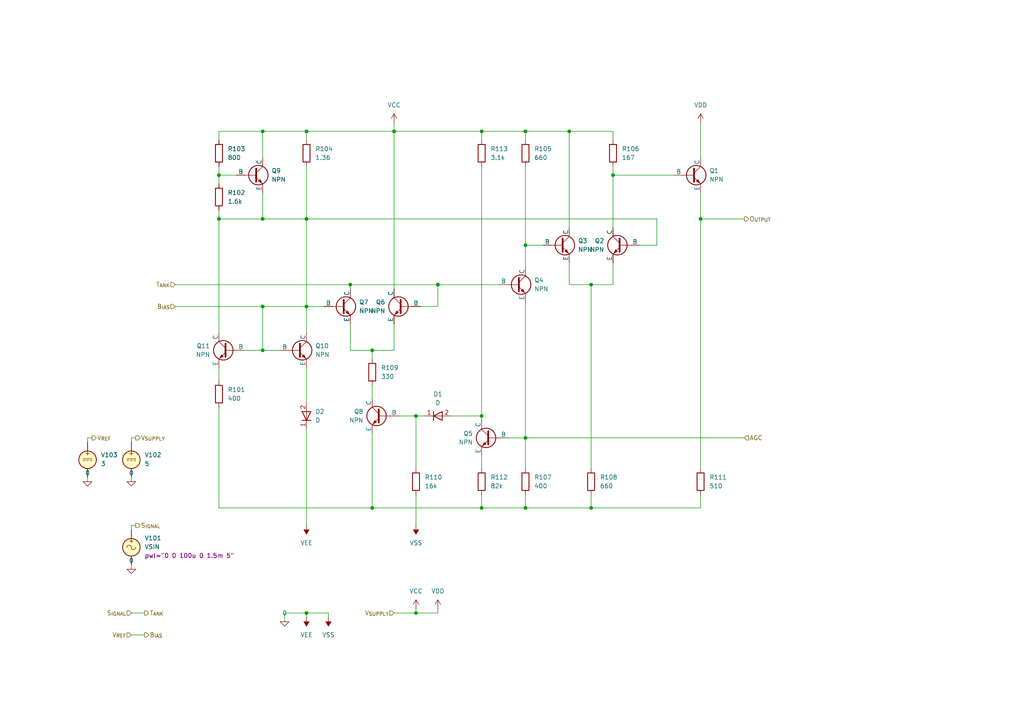
<source format=kicad_sch>
(kicad_sch (version 20250114) (generator "eeschema") (generator_version "9.0")
  (paper "A4")
  (title_block (title "Voltage Controlled Oscillator") (date "2025-08-08") (rev "0") (comment 1 "Author : Vincent RICCHI") (comment 2 "(see picture attached)") (comment 3 "Based on onsemi's MC100EL1648 datasheet"))
  (lib_symbols
    (symbol "Device:R" (pin_numbers (hide yes)) (pin_names (offset 0))
      (property "Reference" "R" (at 2.032 0 90))
      (property "Value" "R" (at 0 0 90))
      (symbol "R_0_1"
        (rectangle (start -1.016 -2.54) (end 1.016 2.54) (stroke (width 0.254)))
      )
      (symbol "R_1_1"
        (pin passive line (at 0 3.81 270) (length 1.27) (name "~") (number "1"))
        (pin passive line (at 0 -3.81 90) (length 1.27) (name "~") (number "2"))
      )
    )
    (symbol "Simulation_SPICE:0" (power) (pin_numbers (hide yes)) (pin_names (offset 0) (hide yes))
      (property "Value" "0" (at 0 -2.54 0))
      (symbol "0_0_1"
        (polyline (pts (xy -1.27 0) (xy 0 -1.27) (xy 1.27 0) (xy -1.27 0)))
      )
      (symbol "0_1_1"
        (pin power_in line (at 0 0 0) (length 0) (name "~") (number "1"))
      )
    )
    (symbol "Simulation_SPICE:D" (pin_names (offset 1.016) (hide yes))
      (property "Reference" "D" (at 0 2.54 0))
      (property "Value" "D" (at 0 -2.54 0))
      (symbol "D_0_1"
        (polyline (pts (xy -1.27 1.27) (xy -1.27 -1.27)) (stroke (width 0.254)))
        (polyline (pts (xy 1.27 1.27) (xy 1.27 -1.27) (xy -1.27 0) (xy 1.27 1.27)) (stroke (width 0.254)))
        (polyline (pts (xy 1.27 0) (xy -1.27 0)))
      )
      (symbol "D_1_1"
        (pin passive line (at -3.81 0 0) (length 2.54) (name "K") (number "1"))
        (pin passive line (at 3.81 0 180) (length 2.54) (name "A") (number "2"))
      )
    )
    (symbol "Simulation_SPICE:NPN" (pin_numbers (hide yes)) (pin_names (offset 0))
      (property "Reference" "Q" (at -2.54 7.62 0))
      (property "Value" "NPN" (at -2.54 5.08 0))
      (symbol "NPN_0_1"
        (polyline (pts (xy -2.54 0) (xy 0.635 0)) (stroke (width 0.1524)))
        (polyline (pts (xy 0.635 1.905) (xy 0.635 -1.905) (xy 0.635 -1.905)) (stroke (width 0.508)))
        (polyline (pts (xy 0.635 0.635) (xy 2.54 2.54)))
        (polyline (pts (xy 0.635 -0.635) (xy 2.54 -2.54) (xy 2.54 -2.54)))
        (circle (center 1.27 0) (radius 2.8194) (stroke (width 0.254)))
        (polyline (pts (xy 1.27 -1.778) (xy 1.778 -1.27) (xy 2.286 -2.286) (xy 1.27 -1.778) (xy 1.27 -1.778)) (fill (type outline)))
        (polyline (pts (xy 2.794 -1.27) (xy 2.794 -1.27)) (stroke (width 0.1524)))
        (polyline (pts (xy 2.794 -1.27) (xy 2.794 -1.27)) (stroke (width 0.1524)))
      )
      (symbol "NPN_1_1"
        (pin input line (at -5.08 0 0) (length 2.54) (name "B") (number "2"))
        (pin open_collector line (at 2.54 5.08 270) (length 2.54) (name "C") (number "1"))
        (pin open_emitter line (at 2.54 -5.08 90) (length 2.54) (name "E") (number "3"))
      )
    )
    (symbol "Simulation_SPICE:VDC" (pin_numbers (hide yes)) (pin_names (offset 0.0254))
      (property "Reference" "V" (at 2.54 2.54 0))
      (property "Value" "1" (at 2.54 0 0))
      (symbol "VDC_0_0"
        (polyline (pts (xy -1.27 0.254) (xy 1.27 0.254)))
        (polyline (pts (xy -0.762 -0.254) (xy -1.27 -0.254)))
        (polyline (pts (xy 0.254 -0.254) (xy -0.254 -0.254)))
        (polyline (pts (xy 1.27 -0.254) (xy 0.762 -0.254)))
        (text "+" (at 0 1.905 0) (effects (font (size 1.27 1.27))))
      )
      (symbol "VDC_0_1"
        (circle (center 0 0) (radius 2.54) (stroke (width 0.254)) (fill (type background)))
      )
      (symbol "VDC_1_1"
        (pin passive line (at 0 5.08 270) (length 2.54) (name "~") (number "1"))
        (pin passive line (at 0 -5.08 90) (length 2.54) (name "~") (number "2"))
      )
    )
    (symbol "Simulation_SPICE:VSIN" (pin_numbers (hide yes)) (pin_names (offset 0.0254))
      (property "Reference" "V" (at 2.54 2.54 0))
      (property "Value" "VSIN" (at 2.54 0 0))
      (property "Sim.Params" "dc=0 ampl=1 f=1k ac=1" (at 2.54 -2.54 0))
      (symbol "VSIN_0_0"
        (arc (start -1.27 0) (mid -0.635 0.6323) (end 0 0))
        (arc (start 1.27 0) (mid 0.635 -0.6323) (end 0 0))
        (text "+" (at 0 1.905 0) (effects (font (size 1.27 1.27))))
      )
      (symbol "VSIN_0_1"
        (circle (center 0 0) (radius 2.54) (stroke (width 0.254)) (fill (type background)))
      )
      (symbol "VSIN_1_1"
        (pin passive line (at 0 5.08 270) (length 2.54) (name "~") (number "1"))
        (pin passive line (at 0 -5.08 90) (length 2.54) (name "~") (number "2"))
      )
    )
    (symbol "power:VCC" (power) (pin_numbers (hide yes)) (pin_names (offset 0) (hide yes))
      (property "Value" "VCC" (at 0 3.556 0))
      (symbol "VCC_0_1"
        (polyline (pts (xy -0.762 1.27) (xy 0 2.54)))
        (polyline (pts (xy 0 2.54) (xy 0.762 1.27)))
        (polyline (pts (xy 0 0) (xy 0 2.54)))
      )
      (symbol "VCC_1_1"
        (pin power_in line (at 0 0 90) (length 0) (name "~") (number "1"))
      )
    )
    (symbol "power:VDD" (power) (pin_numbers (hide yes)) (pin_names (offset 0) (hide yes))
      (property "Value" "VDD" (at 0 3.556 0))
      (symbol "VDD_0_1"
        (polyline (pts (xy -0.762 1.27) (xy 0 2.54)))
        (polyline (pts (xy 0 2.54) (xy 0.762 1.27)))
        (polyline (pts (xy 0 0) (xy 0 2.54)))
      )
      (symbol "VDD_1_1"
        (pin power_in line (at 0 0 90) (length 0) (name "~") (number "1"))
      )
    )
    (symbol "power:VEE" (power) (pin_numbers (hide yes)) (pin_names (offset 0) (hide yes))
      (property "Value" "VEE" (at 0 3.556 0))
      (symbol "VEE_0_1"
        (polyline (pts (xy 0 0) (xy 0 2.54)))
        (polyline (pts (xy 0.762 1.27) (xy -0.762 1.27) (xy 0 2.54) (xy 0.762 1.27)) (fill (type outline)))
      )
      (symbol "VEE_1_1"
        (pin power_in line (at 0 0 90) (length 0) (name "~") (number "1"))
      )
    )
    (symbol "power:VSS" (power) (pin_numbers (hide yes)) (pin_names (offset 0) (hide yes))
      (property "Value" "VSS" (at 0 3.556 0))
      (symbol "VSS_0_1"
        (polyline (pts (xy 0 0) (xy 0 2.54)))
        (polyline (pts (xy 0.762 1.27) (xy -0.762 1.27) (xy 0 2.54) (xy 0.762 1.27)) (fill (type outline)))
      )
      (symbol "VSS_1_1"
        (pin power_in line (at 0 0 90) (length 0) (name "~") (number "1"))
      )
    )
  )
  (junction (at 88.9 63.5))
  (junction (at 107.95 147.32))
  (junction (at 76.2 101.6))
  (junction (at 76.2 63.5))
  (junction (at 76.2 38.1))
  (junction (at 107.95 101.6))
  (junction (at 171.45 147.32))
  (junction (at 101.6 82.55))
  (junction (at 76.2 88.9))
  (junction (at 88.9 88.9))
  (junction (at 152.4 127))
  (junction (at 114.3 38.1))
  (junction (at 63.5 50.8))
  (junction (at 88.9 177.8))
  (junction (at 127 82.55))
  (junction (at 120.65 177.8))
  (junction (at 171.45 82.55))
  (junction (at 139.7 120.65))
  (junction (at 177.8 50.8))
  (junction (at 139.7 147.32))
  (junction (at 139.7 38.1))
  (junction (at 88.9 38.1))
  (junction (at 63.5 63.5))
  (junction (at 152.4 147.32))
  (junction (at 152.4 71.12))
  (junction (at 152.4 38.1))
  (junction (at 120.65 120.65))
  (junction (at 165.1 38.1))
  (junction (at 203.2 63.5))
  (wire (pts (xy 63.5 50.8) (xy 63.5 53.34)))
  (wire (pts (xy 38.1 184.15) (xy 41.91 184.15)))
  (wire (pts (xy 120.65 177.8) (xy 114.3 177.8)))
  (wire (pts (xy 63.5 40.64) (xy 63.5 38.1)))
  (wire (pts (xy 88.9 88.9) (xy 93.98 88.9)))
  (wire (pts (xy 107.95 147.32) (xy 63.5 147.32)))
  (wire (pts (xy 152.4 147.32) (xy 171.45 147.32)))
  (wire (pts (xy 177.8 50.8) (xy 195.58 50.8)))
  (wire (pts (xy 88.9 48.26) (xy 88.9 63.5)))
  (wire (pts (xy 139.7 120.65) (xy 130.81 120.65)))
  (wire (pts (xy 152.4 48.26) (xy 152.4 71.12)))
  (wire (pts (xy 152.4 127) (xy 152.4 135.89)))
  (wire (pts (xy 88.9 38.1) (xy 88.9 40.64)))
  (wire (pts (xy 88.9 63.5) (xy 190.5 63.5)))
  (wire (pts (xy 63.5 48.26) (xy 63.5 50.8)))
  (wire (pts (xy 171.45 82.55) (xy 177.8 82.55)))
  (wire (pts (xy 165.1 66.04) (xy 165.1 38.1)))
  (wire (pts (xy 120.65 120.65) (xy 123.19 120.65)))
  (wire (pts (xy 38.1 138.43) (xy 38.1 139.7)))
  (wire (pts (xy 76.2 88.9) (xy 76.2 101.6)))
  (wire (pts (xy 203.2 63.5) (xy 215.9 63.5)))
  (wire (pts (xy 203.2 35.56) (xy 203.2 45.72)))
  (wire (pts (xy 101.6 82.55) (xy 101.6 83.82)))
  (wire (pts (xy 120.65 143.51) (xy 120.65 152.4)))
  (wire (pts (xy 152.4 87.63) (xy 152.4 127)))
  (wire (pts (xy 139.7 132.08) (xy 139.7 135.89)))
  (wire (pts (xy 120.65 176.53) (xy 120.65 177.8)))
  (wire (pts (xy 114.3 35.56) (xy 114.3 38.1)))
  (wire (pts (xy 171.45 143.51) (xy 171.45 147.32)))
  (wire (pts (xy 139.7 48.26) (xy 139.7 120.65)))
  (wire (pts (xy 25.4 138.43) (xy 25.4 139.7)))
  (wire (pts (xy 139.7 121.92) (xy 139.7 120.65)))
  (wire (pts (xy 139.7 147.32) (xy 152.4 147.32)))
  (wire (pts (xy 127 177.8) (xy 120.65 177.8)))
  (wire (pts (xy 38.1 163.83) (xy 38.1 165.1)))
  (wire (pts (xy 38.1 127) (xy 38.1 128.27)))
  (wire (pts (xy 88.9 177.8) (xy 88.9 179.07)))
  (wire (pts (xy 171.45 82.55) (xy 171.45 135.89)))
  (wire (pts (xy 95.25 177.8) (xy 95.25 179.07)))
  (wire (pts (xy 171.45 147.32) (xy 203.2 147.32)))
  (wire (pts (xy 120.65 120.65) (xy 120.65 135.89)))
  (wire (pts (xy 152.4 71.12) (xy 152.4 77.47)))
  (wire (pts (xy 38.1 152.4) (xy 38.1 153.67)))
  (wire (pts (xy 114.3 83.82) (xy 114.3 38.1)))
  (wire (pts (xy 185.42 71.12) (xy 190.5 71.12)))
  (wire (pts (xy 114.3 38.1) (xy 139.7 38.1)))
  (wire (pts (xy 71.12 101.6) (xy 76.2 101.6)))
  (wire (pts (xy 63.5 63.5) (xy 63.5 96.52)))
  (wire (pts (xy 177.8 38.1) (xy 165.1 38.1)))
  (wire (pts (xy 203.2 143.51) (xy 203.2 147.32)))
  (wire (pts (xy 127 82.55) (xy 127 88.9)))
  (wire (pts (xy 127 82.55) (xy 144.78 82.55)))
  (wire (pts (xy 88.9 124.46) (xy 88.9 152.4)))
  (wire (pts (xy 63.5 106.68) (xy 63.5 110.49)))
  (wire (pts (xy 88.9 106.68) (xy 88.9 116.84)))
  (wire (pts (xy 139.7 147.32) (xy 107.95 147.32)))
  (wire (pts (xy 63.5 60.96) (xy 63.5 63.5)))
  (wire (pts (xy 101.6 93.98) (xy 101.6 101.6)))
  (wire (pts (xy 101.6 82.55) (xy 127 82.55)))
  (wire (pts (xy 115.57 120.65) (xy 120.65 120.65)))
  (wire (pts (xy 203.2 63.5) (xy 203.2 135.89)))
  (wire (pts (xy 50.8 82.55) (xy 101.6 82.55)))
  (wire (pts (xy 107.95 101.6) (xy 107.95 104.14)))
  (wire (pts (xy 152.4 127) (xy 147.32 127)))
  (wire (pts (xy 101.6 101.6) (xy 107.95 101.6)))
  (wire (pts (xy 177.8 48.26) (xy 177.8 50.8)))
  (wire (pts (xy 88.9 88.9) (xy 76.2 88.9)))
  (wire (pts (xy 63.5 147.32) (xy 63.5 118.11)))
  (wire (pts (xy 107.95 101.6) (xy 114.3 101.6)))
  (wire (pts (xy 50.8 88.9) (xy 76.2 88.9)))
  (wire (pts (xy 63.5 50.8) (xy 68.58 50.8)))
  (wire (pts (xy 38.1 177.8) (xy 41.91 177.8)))
  (wire (pts (xy 82.55 177.8) (xy 88.9 177.8)))
  (wire (pts (xy 190.5 71.12) (xy 190.5 63.5)))
  (wire (pts (xy 76.2 63.5) (xy 63.5 63.5)))
  (wire (pts (xy 139.7 38.1) (xy 152.4 38.1)))
  (wire (pts (xy 88.9 63.5) (xy 88.9 88.9)))
  (wire (pts (xy 114.3 93.98) (xy 114.3 101.6)))
  (wire (pts (xy 38.1 127) (xy 39.37 127)))
  (wire (pts (xy 165.1 38.1) (xy 152.4 38.1)))
  (wire (pts (xy 152.4 127) (xy 215.9 127)))
  (wire (pts (xy 25.4 127) (xy 25.4 128.27)))
  (wire (pts (xy 152.4 40.64) (xy 152.4 38.1)))
  (wire (pts (xy 127 88.9) (xy 121.92 88.9)))
  (wire (pts (xy 63.5 38.1) (xy 76.2 38.1)))
  (wire (pts (xy 203.2 55.88) (xy 203.2 63.5)))
  (wire (pts (xy 25.4 127) (xy 26.67 127)))
  (wire (pts (xy 152.4 147.32) (xy 152.4 143.51)))
  (wire (pts (xy 139.7 38.1) (xy 139.7 40.64)))
  (wire (pts (xy 139.7 143.51) (xy 139.7 147.32)))
  (wire (pts (xy 107.95 125.73) (xy 107.95 147.32)))
  (wire (pts (xy 114.3 38.1) (xy 88.9 38.1)))
  (wire (pts (xy 127 176.53) (xy 127 177.8)))
  (wire (pts (xy 88.9 63.5) (xy 76.2 63.5)))
  (wire (pts (xy 177.8 82.55) (xy 177.8 76.2)))
  (wire (pts (xy 76.2 38.1) (xy 76.2 45.72)))
  (wire (pts (xy 107.95 111.76) (xy 107.95 115.57)))
  (wire (pts (xy 88.9 96.52) (xy 88.9 88.9)))
  (wire (pts (xy 177.8 40.64) (xy 177.8 38.1)))
  (wire (pts (xy 38.1 152.4) (xy 39.37 152.4)))
  (wire (pts (xy 76.2 101.6) (xy 81.28 101.6)))
  (wire (pts (xy 152.4 71.12) (xy 157.48 71.12)))
  (wire (pts (xy 76.2 38.1) (xy 88.9 38.1)))
  (wire (pts (xy 165.1 82.55) (xy 171.45 82.55)))
  (wire (pts (xy 165.1 82.55) (xy 165.1 76.2)))
  (wire (pts (xy 88.9 177.8) (xy 95.25 177.8)))
  (wire (pts (xy 177.8 50.8) (xy 177.8 66.04)))
  (wire (pts (xy 76.2 55.88) (xy 76.2 63.5)))
  (wire (pts (xy 82.55 180.34) (xy 82.55 177.8)))
  (image (at -99.06 67.31) (scale 3.31699))
  (image (at -99.06 168.91) (scale 3.12553))
  (hierarchical_label "V_{SUPPLY}" (shape output) (at 39.37 127 0))
  (hierarchical_label "T_{ANK}" (shape input) (at 50.8 82.55 180))
  (hierarchical_label "B_{IAS}" (shape output) (at 41.91 184.15 0))
  (hierarchical_label "V_{REF}" (shape output) (at 26.67 127 0))
  (hierarchical_label "AGC" (shape input) (at 215.9 127 0))
  (hierarchical_label "S_{IGNAL}" (shape output) (at 39.37 152.4 0))
  (hierarchical_label "T_{ANK}" (shape output) (at 41.91 177.8 0))
  (hierarchical_label "V_{REF}" (shape input) (at 38.1 184.15 180))
  (hierarchical_label "S_{IGNAL}" (shape input) (at 38.1 177.8 180))
  (hierarchical_label "O_{UTPUT}" (shape output) (at 215.9 63.5 0))
  (hierarchical_label "V_{SUPPLY}" (shape input) (at 114.3 177.8 180))
  (hierarchical_label "B_{IAS}" (shape input) (at 50.8 88.9 180))
  (symbol (lib_id "Simulation_SPICE:0") (at 25.4 139.7 0) (unit 1)
    (property "Reference" "#GND0104" (effects (hide yes)))
    (property "Value" "0" (at 25.4 137.16 0))
    (property "Datasheet" "https://ngspice.sourceforge.io/docs/ngspice-html-manual/manual.xhtml#subsec_Circuit_elements__device" (effects (hide yes)))
    (property "Description" "0V reference potential for simulation" (effects (hide yes)))
  )
  (symbol (lib_id "Simulation_SPICE:D") (at 88.9 120.65 90) (unit 1)
    (property "Reference" "D2" (at 91.44 119.3799 90) (effects (justify right)))
    (property "Value" "D" (at 91.44 121.9199 90) (effects (justify right)))
    (property "Datasheet" "https://ngspice.sourceforge.io/docs/ngspice-html-manual/manual.xhtml#cha_DIODEs" (effects (hide yes)))
    (property "Description" "Diode for simulation or PCB" (effects (hide yes)))
    (property "Sim.Device" "D" (effects (hide yes)))
    (property "Sim.Pins" "1=K 2=A" (effects (hide yes)))
    (property "Sim.Params" "rs=50m cjo=10p" (effects (hide yes)))
  )
  (symbol (lib_id "Device:R") (at 63.5 44.45 0) (unit 1)
    (property "Reference" "R103" (at 66.04 43.1799 0) (effects (justify left)))
    (property "Value" "800" (at 66.04 45.7199 0) (effects (justify left)))
    (property "Description" "Resistor" (effects (hide yes)))
  )
  (symbol (lib_id "Device:R") (at 177.8 44.45 0) (unit 1)
    (property "Reference" "R106" (at 180.34 43.1799 0) (effects (justify left)))
    (property "Value" "167" (at 180.34 45.7199 0) (effects (justify left)))
    (property "Description" "Resistor" (effects (hide yes)))
  )
  (symbol (lib_id "Device:R") (at 107.95 107.95 0) (unit 1)
    (property "Reference" "R109" (at 110.49 106.6799 0) (effects (justify left)))
    (property "Value" "330" (at 110.49 109.2199 0) (effects (justify left)))
    (property "Description" "Resistor" (effects (hide yes)))
  )
  (symbol (lib_id "Simulation_SPICE:0") (at 82.55 180.34 0) (unit 1)
    (property "Reference" "#GND0103" (effects (hide yes)))
    (property "Value" "0" (at 82.55 177.8 0))
    (property "Datasheet" "https://ngspice.sourceforge.io/docs/ngspice-html-manual/manual.xhtml#subsec_Circuit_elements__device" (effects (hide yes)))
    (property "Description" "0V reference potential for simulation" (effects (hide yes)))
  )
  (symbol (lib_id "power:VEE") (at 88.9 152.4 180) (unit 1)
    (property "Reference" "#PWR0102" (effects (hide yes)))
    (property "Value" "VEE" (at 88.9 157.48 0))
    (property "Description" "Power symbol creates a global label with name \"VEE\"" (effects (hide yes)))
  )
  (symbol (lib_id "Device:R") (at 139.7 44.45 0) (unit 1)
    (property "Reference" "R113" (at 142.24 43.1799 0) (effects (justify left)))
    (property "Value" "3.1k" (at 142.24 45.7199 0) (effects (justify left)))
    (property "Description" "Resistor" (effects (hide yes)))
  )
  (symbol (lib_id "Device:R") (at 63.5 57.15 0) (unit 1)
    (property "Reference" "R102" (at 66.04 55.8799 0) (effects (justify left)))
    (property "Value" "1.6k" (at 66.04 58.4199 0) (effects (justify left)))
    (property "Description" "Resistor" (effects (hide yes)))
  )
  (symbol (lib_id "Simulation_SPICE:NPN") (at 200.66 50.8 0) (unit 1)
    (property "Reference" "Q1" (at 205.74 49.5299 0) (effects (justify left)))
    (property "Value" "NPN" (at 205.74 52.0699 0) (effects (justify left)))
    (property "Datasheet" "https://ngspice.sourceforge.io/docs/ngspice-html-manual/manual.xhtml#cha_BJTs" (effects (hide yes)))
    (property "Description" "Bipolar transistor symbol for simulation only, substrate tied to the emitter" (effects (hide yes)))
    (property "Sim.Device" "NPN" (effects (hide yes)))
    (property "Sim.Type" "GUMMELPOON" (effects (hide yes)))
    (property "Sim.Pins" "1=C 2=B 3=E" (effects (hide yes)))
  )
  (symbol (lib_id "Simulation_SPICE:NPN") (at 66.04 101.6 0) (mirror y) (unit 1)
    (property "Reference" "Q11" (at 60.96 100.3299 0) (effects (justify left)))
    (property "Value" "NPN" (at 60.96 102.8699 0) (effects (justify left)))
    (property "Datasheet" "https://ngspice.sourceforge.io/docs/ngspice-html-manual/manual.xhtml#cha_BJTs" (effects (hide yes)))
    (property "Description" "Bipolar transistor symbol for simulation only, substrate tied to the emitter" (effects (hide yes)))
    (property "Sim.Device" "NPN" (effects (hide yes)))
    (property "Sim.Type" "GUMMELPOON" (effects (hide yes)))
    (property "Sim.Pins" "1=C 2=B 3=E" (effects (hide yes)))
  )
  (symbol (lib_id "Simulation_SPICE:VSIN") (at 38.1 158.75 0) (unit 1)
    (property "Reference" "V101" (at 41.91 156.0801 0) (effects (justify left)))
    (property "Value" "VSIN" (at 41.91 158.6201 0) (effects (justify left)))
    (property "Datasheet" "https://ngspice.sourceforge.io/docs/ngspice-html-manual/manual.xhtml#sec_Independent_Sources_for" (effects (hide yes)))
    (property "Description" "Voltage source, sinusoidal" (effects (hide yes)))
    (property "Sim.Pins" "1=+ 2=-" (effects (hide yes)))
    (property "Sim.Params" "pwl=\"0 0 100u 0 1.5m 5\"" (at 41.91 161.1601 0) (effects (justify left)))
    (property "Sim.Type" "PWL" (effects (hide yes)))
    (property "Sim.Device" "V" (effects (hide yes)))
  )
  (symbol (lib_id "Simulation_SPICE:VDC") (at 38.1 133.35 0) (unit 1)
    (property "Reference" "V102" (at 41.91 131.9501 0) (effects (justify left)))
    (property "Value" "5" (at 41.91 134.4901 0) (effects (justify left)))
    (property "Datasheet" "https://ngspice.sourceforge.io/docs/ngspice-html-manual/manual.xhtml#sec_Independent_Sources_for" (effects (hide yes)))
    (property "Description" "Voltage source, DC" (effects (hide yes)))
    (property "Sim.Pins" "1=+ 2=-" (effects (hide yes)))
    (property "Sim.Type" "DC" (effects (hide yes)))
    (property "Sim.Device" "V" (effects (hide yes)))
  )
  (symbol (lib_id "Device:R") (at 120.65 139.7 0) (unit 1)
    (property "Reference" "R110" (at 123.19 138.4299 0) (effects (justify left)))
    (property "Value" "16k" (at 123.19 140.9699 0) (effects (justify left)))
    (property "Description" "Resistor" (effects (hide yes)))
  )
  (symbol (lib_id "Device:R") (at 152.4 139.7 0) (unit 1)
    (property "Reference" "R107" (at 154.94 138.4299 0) (effects (justify left)))
    (property "Value" "400" (at 154.94 140.9699 0) (effects (justify left)))
    (property "Description" "Resistor" (effects (hide yes)))
  )
  (symbol (lib_id "power:VDD") (at 203.2 35.56 0) (unit 1)
    (property "Reference" "#PWR0104" (effects (hide yes)))
    (property "Value" "VDD" (at 203.2 30.48 0))
    (property "Description" "Power symbol creates a global label with name \"VDD\"" (effects (hide yes)))
  )
  (symbol (lib_id "Simulation_SPICE:NPN") (at 73.66 50.8 0) (unit 1)
    (property "Reference" "Q9" (at 78.74 49.5299 0) (effects (justify left)))
    (property "Value" "NPN" (at 78.74 52.0699 0) (effects (justify left)))
    (property "Datasheet" "https://ngspice.sourceforge.io/docs/ngspice-html-manual/manual.xhtml#cha_BJTs" (effects (hide yes)))
    (property "Description" "Bipolar transistor symbol for simulation only, substrate tied to the emitter" (effects (hide yes)))
    (property "Sim.Device" "NPN" (effects (hide yes)))
    (property "Sim.Type" "GUMMELPOON" (effects (hide yes)))
    (property "Sim.Pins" "1=C 2=B 3=E" (effects (hide yes)))
  )
  (symbol (lib_id "Simulation_SPICE:NPN") (at 86.36 101.6 0) (unit 1)
    (property "Reference" "Q10" (at 91.44 100.3299 0) (effects (justify left)))
    (property "Value" "NPN" (at 91.44 102.8699 0) (effects (justify left)))
    (property "Datasheet" "https://ngspice.sourceforge.io/docs/ngspice-html-manual/manual.xhtml#cha_BJTs" (effects (hide yes)))
    (property "Description" "Bipolar transistor symbol for simulation only, substrate tied to the emitter" (effects (hide yes)))
    (property "Sim.Device" "NPN" (effects (hide yes)))
    (property "Sim.Type" "GUMMELPOON" (effects (hide yes)))
    (property "Sim.Pins" "1=C 2=B 3=E" (effects (hide yes)))
  )
  (symbol (lib_id "Simulation_SPICE:NPN") (at 99.06 88.9 0) (unit 1)
    (property "Reference" "Q7" (at 104.14 87.6299 0) (effects (justify left)))
    (property "Value" "NPN" (at 104.14 90.1699 0) (effects (justify left)))
    (property "Datasheet" "https://ngspice.sourceforge.io/docs/ngspice-html-manual/manual.xhtml#cha_BJTs" (effects (hide yes)))
    (property "Description" "Bipolar transistor symbol for simulation only, substrate tied to the emitter" (effects (hide yes)))
    (property "Sim.Device" "NPN" (effects (hide yes)))
    (property "Sim.Type" "GUMMELPOON" (effects (hide yes)))
    (property "Sim.Pins" "1=C 2=B 3=E" (effects (hide yes)))
  )
  (symbol (lib_id "power:VSS") (at 120.65 152.4 180) (unit 1)
    (property "Reference" "#PWR0105" (effects (hide yes)))
    (property "Value" "VSS" (at 120.65 157.48 0))
    (property "Description" "Power symbol creates a global label with name \"VSS\"" (effects (hide yes)))
  )
  (symbol (lib_id "Device:R") (at 171.45 139.7 0) (unit 1)
    (property "Reference" "R108" (at 173.99 138.4299 0) (effects (justify left)))
    (property "Value" "660" (at 173.99 140.9699 0) (effects (justify left)))
    (property "Description" "Resistor" (effects (hide yes)))
  )
  (symbol (lib_id "Simulation_SPICE:NPN") (at 162.56 71.12 0) (unit 1)
    (property "Reference" "Q3" (at 167.64 69.8499 0) (effects (justify left)))
    (property "Value" "NPN" (at 167.64 72.3899 0) (effects (justify left)))
    (property "Datasheet" "https://ngspice.sourceforge.io/docs/ngspice-html-manual/manual.xhtml#cha_BJTs" (effects (hide yes)))
    (property "Description" "Bipolar transistor symbol for simulation only, substrate tied to the emitter" (effects (hide yes)))
    (property "Sim.Device" "NPN" (effects (hide yes)))
    (property "Sim.Type" "GUMMELPOON" (effects (hide yes)))
    (property "Sim.Pins" "1=C 2=B 3=E" (effects (hide yes)))
  )
  (symbol (lib_id "Simulation_SPICE:NPN") (at 149.86 82.55 0) (unit 1)
    (property "Reference" "Q4" (at 154.94 81.2799 0) (effects (justify left)))
    (property "Value" "NPN" (at 154.94 83.8199 0) (effects (justify left)))
    (property "Datasheet" "https://ngspice.sourceforge.io/docs/ngspice-html-manual/manual.xhtml#cha_BJTs" (effects (hide yes)))
    (property "Description" "Bipolar transistor symbol for simulation only, substrate tied to the emitter" (effects (hide yes)))
    (property "Sim.Device" "NPN" (effects (hide yes)))
    (property "Sim.Type" "GUMMELPOON" (effects (hide yes)))
    (property "Sim.Pins" "1=C 2=B 3=E" (effects (hide yes)))
  )
  (symbol (lib_id "Simulation_SPICE:NPN") (at 116.84 88.9 0) (mirror y) (unit 1)
    (property "Reference" "Q6" (at 111.76 87.6299 0) (effects (justify left)))
    (property "Value" "NPN" (at 111.76 90.1699 0) (effects (justify left)))
    (property "Datasheet" "https://ngspice.sourceforge.io/docs/ngspice-html-manual/manual.xhtml#cha_BJTs" (effects (hide yes)))
    (property "Description" "Bipolar transistor symbol for simulation only, substrate tied to the emitter" (effects (hide yes)))
    (property "Sim.Device" "NPN" (effects (hide yes)))
    (property "Sim.Type" "GUMMELPOON" (effects (hide yes)))
    (property "Sim.Pins" "1=C 2=B 3=E" (effects (hide yes)))
  )
  (symbol (lib_id "Device:R") (at 152.4 44.45 0) (unit 1)
    (property "Reference" "R105" (at 154.94 43.1799 0) (effects (justify left)))
    (property "Value" "660" (at 154.94 45.7199 0) (effects (justify left)))
    (property "Description" "Resistor" (effects (hide yes)))
  )
  (symbol (lib_id "power:VEE") (at 88.9 179.07 180) (unit 1)
    (property "Reference" "#PWR0106" (effects (hide yes)))
    (property "Value" "VEE" (at 88.9 184.15 0))
    (property "Description" "Power symbol creates a global label with name \"VEE\"" (effects (hide yes)))
  )
  (symbol (lib_id "power:VDD") (at 127 176.53 0) (unit 1)
    (property "Reference" "#PWR0108" (effects (hide yes)))
    (property "Value" "VDD" (at 127 171.45 0))
    (property "Description" "Power symbol creates a global label with name \"VDD\"" (effects (hide yes)))
  )
  (symbol (lib_id "Simulation_SPICE:D") (at 127 120.65 0) (unit 1)
    (property "Reference" "D1" (at 127 114.3 0))
    (property "Value" "D" (at 127 116.84 0))
    (property "Datasheet" "https://ngspice.sourceforge.io/docs/ngspice-html-manual/manual.xhtml#cha_DIODEs" (effects (hide yes)))
    (property "Description" "Diode for simulation or PCB" (effects (hide yes)))
    (property "Sim.Device" "D" (effects (hide yes)))
    (property "Sim.Pins" "1=K 2=A" (effects (hide yes)))
    (property "Sim.Params" "rs=50m cjo=10p" (effects (hide yes)))
  )
  (symbol (lib_id "Device:R") (at 203.2 139.7 0) (unit 1)
    (property "Reference" "R111" (at 205.74 138.4299 0) (effects (justify left)))
    (property "Value" "510" (at 205.74 140.9699 0) (effects (justify left)))
    (property "Description" "Resistor" (effects (hide yes)))
  )
  (symbol (lib_id "Simulation_SPICE:NPN") (at 142.24 127 0) (mirror y) (unit 1)
    (property "Reference" "Q5" (at 137.16 125.7299 0) (effects (justify left)))
    (property "Value" "NPN" (at 137.16 128.2699 0) (effects (justify left)))
    (property "Datasheet" "https://ngspice.sourceforge.io/docs/ngspice-html-manual/manual.xhtml#cha_BJTs" (effects (hide yes)))
    (property "Description" "Bipolar transistor symbol for simulation only, substrate tied to the emitter" (effects (hide yes)))
    (property "Sim.Device" "NPN" (effects (hide yes)))
    (property "Sim.Type" "GUMMELPOON" (effects (hide yes)))
    (property "Sim.Pins" "1=C 2=B 3=E" (effects (hide yes)))
  )
  (symbol (lib_id "Simulation_SPICE:0") (at 38.1 165.1 0) (unit 1)
    (property "Reference" "#GND0102" (effects (hide yes)))
    (property "Value" "0" (at 38.1 162.56 0))
    (property "Datasheet" "https://ngspice.sourceforge.io/docs/ngspice-html-manual/manual.xhtml#subsec_Circuit_elements__device" (effects (hide yes)))
    (property "Description" "0V reference potential for simulation" (effects (hide yes)))
  )
  (symbol (lib_id "Simulation_SPICE:0") (at 38.1 139.7 0) (unit 1)
    (property "Reference" "#GND0101" (effects (hide yes)))
    (property "Value" "0" (at 38.1 137.16 0))
    (property "Datasheet" "https://ngspice.sourceforge.io/docs/ngspice-html-manual/manual.xhtml#subsec_Circuit_elements__device" (effects (hide yes)))
    (property "Description" "0V reference potential for simulation" (effects (hide yes)))
  )
  (symbol (lib_id "Device:R") (at 88.9 44.45 0) (unit 1)
    (property "Reference" "R104" (at 91.44 43.1799 0) (effects (justify left)))
    (property "Value" "1.36" (at 91.44 45.7199 0) (effects (justify left)))
    (property "Description" "Resistor" (effects (hide yes)))
  )
  (symbol (lib_id "Simulation_SPICE:NPN") (at 110.49 120.65 0) (mirror y) (unit 1)
    (property "Reference" "Q8" (at 105.41 119.3799 0) (effects (justify left)))
    (property "Value" "NPN" (at 105.41 121.9199 0) (effects (justify left)))
    (property "Datasheet" "https://ngspice.sourceforge.io/docs/ngspice-html-manual/manual.xhtml#cha_BJTs" (effects (hide yes)))
    (property "Description" "Bipolar transistor symbol for simulation only, substrate tied to the emitter" (effects (hide yes)))
    (property "Sim.Device" "NPN" (effects (hide yes)))
    (property "Sim.Type" "GUMMELPOON" (effects (hide yes)))
    (property "Sim.Pins" "1=C 2=B 3=E" (effects (hide yes)))
  )
  (symbol (lib_id "Device:R") (at 63.5 114.3 0) (unit 1)
    (property "Reference" "R101" (at 66.04 113.0299 0) (effects (justify left)))
    (property "Value" "400" (at 66.04 115.5699 0) (effects (justify left)))
    (property "Description" "Resistor" (effects (hide yes)))
  )
  (symbol (lib_id "power:VCC") (at 120.65 176.53 0) (unit 1)
    (property "Reference" "#PWR0101" (effects (hide yes)))
    (property "Value" "VCC" (at 120.65 171.45 0))
    (property "Description" "Power symbol creates a global label with name \"VCC\"" (effects (hide yes)))
  )
  (symbol (lib_id "Simulation_SPICE:VDC") (at 25.4 133.35 0) (unit 1)
    (property "Reference" "V103" (at 29.21 131.9501 0) (effects (justify left)))
    (property "Value" "3" (at 29.21 134.4901 0) (effects (justify left)))
    (property "Datasheet" "https://ngspice.sourceforge.io/docs/ngspice-html-manual/manual.xhtml#sec_Independent_Sources_for" (effects (hide yes)))
    (property "Description" "Voltage source, DC" (effects (hide yes)))
    (property "Sim.Pins" "1=+ 2=-" (effects (hide yes)))
    (property "Sim.Type" "DC" (effects (hide yes)))
    (property "Sim.Device" "V" (effects (hide yes)))
  )
  (symbol (lib_id "power:VSS") (at 95.25 179.07 180) (unit 1)
    (property "Reference" "#PWR0107" (effects (hide yes)))
    (property "Value" "VSS" (at 95.25 184.15 0))
    (property "Description" "Power symbol creates a global label with name \"VSS\"" (effects (hide yes)))
  )
  (symbol (lib_id "Device:R") (at 139.7 139.7 0) (unit 1)
    (property "Reference" "R112" (at 142.24 138.4299 0) (effects (justify left)))
    (property "Value" "82k" (at 142.24 140.9699 0) (effects (justify left)))
    (property "Description" "Resistor" (effects (hide yes)))
  )
  (symbol (lib_id "power:VCC") (at 114.3 35.56 0) (unit 1)
    (property "Reference" "#PWR0103" (effects (hide yes)))
    (property "Value" "VCC" (at 114.3 30.48 0))
    (property "Description" "Power symbol creates a global label with name \"VCC\"" (effects (hide yes)))
  )
  (symbol (lib_id "Simulation_SPICE:NPN") (at 180.34 71.12 0) (mirror y) (unit 1)
    (property "Reference" "Q2" (at 175.26 69.8499 0) (effects (justify left)))
    (property "Value" "NPN" (at 175.26 72.3899 0) (effects (justify left)))
    (property "Datasheet" "https://ngspice.sourceforge.io/docs/ngspice-html-manual/manual.xhtml#cha_BJTs" (effects (hide yes)))
    (property "Description" "Bipolar transistor symbol for simulation only, substrate tied to the emitter" (effects (hide yes)))
    (property "Sim.Device" "NPN" (effects (hide yes)))
    (property "Sim.Type" "GUMMELPOON" (effects (hide yes)))
    (property "Sim.Pins" "1=C 2=B 3=E" (effects (hide yes)))
  )
)
</source>
